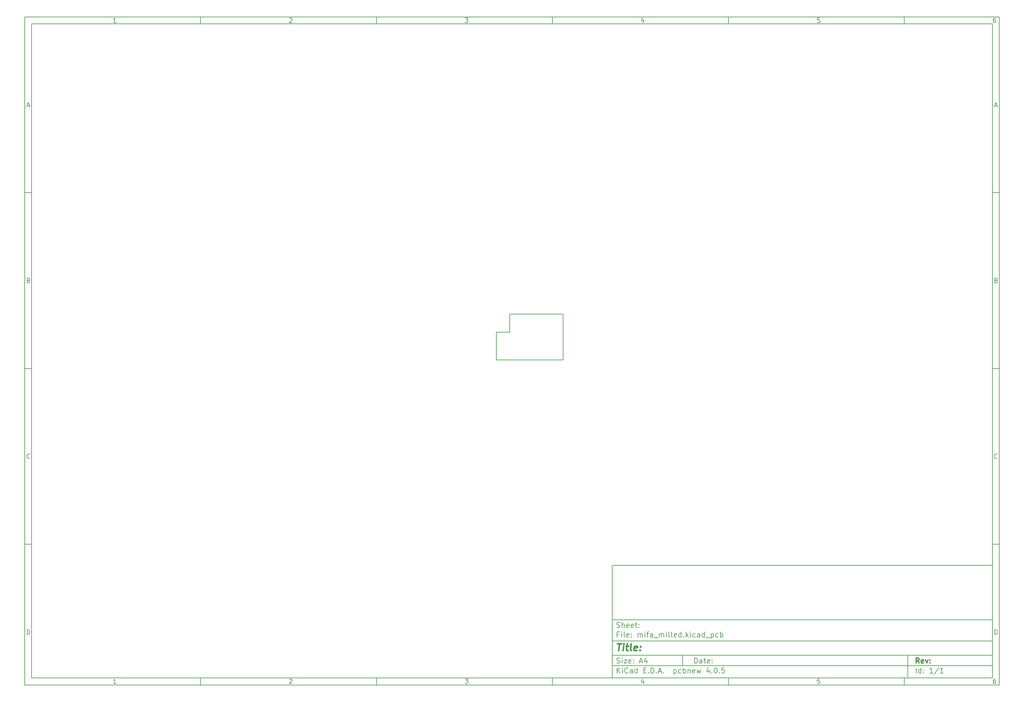
<source format=gbr>
%TF.GenerationSoftware,KiCad,Pcbnew,4.0.5*%
%TF.CreationDate,2017-03-02T13:00:21-08:00*%
%TF.ProjectId,mifa_milled,6D6966615F6D696C6C65642E6B696361,rev?*%
%TF.FileFunction,Other,User*%
%FSLAX46Y46*%
G04 Gerber Fmt 4.6, Leading zero omitted, Abs format (unit mm)*
G04 Created by KiCad (PCBNEW 4.0.5) date 03/02/17 13:00:21*
%MOMM*%
%LPD*%
G01*
G04 APERTURE LIST*
%ADD10C,0.025400*%
%ADD11C,0.150000*%
%ADD12C,0.300000*%
%ADD13C,0.400000*%
%ADD14C,0.200000*%
G04 APERTURE END LIST*
D10*
D11*
X177002200Y-166007200D02*
X177002200Y-198007200D01*
X285002200Y-198007200D01*
X285002200Y-166007200D01*
X177002200Y-166007200D01*
D10*
D11*
X10000000Y-10000000D02*
X10000000Y-200007200D01*
X287002200Y-200007200D01*
X287002200Y-10000000D01*
X10000000Y-10000000D01*
D10*
D11*
X12000000Y-12000000D02*
X12000000Y-198007200D01*
X285002200Y-198007200D01*
X285002200Y-12000000D01*
X12000000Y-12000000D01*
D10*
D11*
X60000000Y-12000000D02*
X60000000Y-10000000D01*
D10*
D11*
X110000000Y-12000000D02*
X110000000Y-10000000D01*
D10*
D11*
X160000000Y-12000000D02*
X160000000Y-10000000D01*
D10*
D11*
X210000000Y-12000000D02*
X210000000Y-10000000D01*
D10*
D11*
X260000000Y-12000000D02*
X260000000Y-10000000D01*
D10*
D11*
X35990476Y-11588095D02*
X35247619Y-11588095D01*
X35619048Y-11588095D02*
X35619048Y-10288095D01*
X35495238Y-10473810D01*
X35371429Y-10597619D01*
X35247619Y-10659524D01*
D10*
D11*
X85247619Y-10411905D02*
X85309524Y-10350000D01*
X85433333Y-10288095D01*
X85742857Y-10288095D01*
X85866667Y-10350000D01*
X85928571Y-10411905D01*
X85990476Y-10535714D01*
X85990476Y-10659524D01*
X85928571Y-10845238D01*
X85185714Y-11588095D01*
X85990476Y-11588095D01*
D10*
D11*
X135185714Y-10288095D02*
X135990476Y-10288095D01*
X135557143Y-10783333D01*
X135742857Y-10783333D01*
X135866667Y-10845238D01*
X135928571Y-10907143D01*
X135990476Y-11030952D01*
X135990476Y-11340476D01*
X135928571Y-11464286D01*
X135866667Y-11526190D01*
X135742857Y-11588095D01*
X135371429Y-11588095D01*
X135247619Y-11526190D01*
X135185714Y-11464286D01*
D10*
D11*
X185866667Y-10721429D02*
X185866667Y-11588095D01*
X185557143Y-10226190D02*
X185247619Y-11154762D01*
X186052381Y-11154762D01*
D10*
D11*
X235928571Y-10288095D02*
X235309524Y-10288095D01*
X235247619Y-10907143D01*
X235309524Y-10845238D01*
X235433333Y-10783333D01*
X235742857Y-10783333D01*
X235866667Y-10845238D01*
X235928571Y-10907143D01*
X235990476Y-11030952D01*
X235990476Y-11340476D01*
X235928571Y-11464286D01*
X235866667Y-11526190D01*
X235742857Y-11588095D01*
X235433333Y-11588095D01*
X235309524Y-11526190D01*
X235247619Y-11464286D01*
D10*
D11*
X285866667Y-10288095D02*
X285619048Y-10288095D01*
X285495238Y-10350000D01*
X285433333Y-10411905D01*
X285309524Y-10597619D01*
X285247619Y-10845238D01*
X285247619Y-11340476D01*
X285309524Y-11464286D01*
X285371429Y-11526190D01*
X285495238Y-11588095D01*
X285742857Y-11588095D01*
X285866667Y-11526190D01*
X285928571Y-11464286D01*
X285990476Y-11340476D01*
X285990476Y-11030952D01*
X285928571Y-10907143D01*
X285866667Y-10845238D01*
X285742857Y-10783333D01*
X285495238Y-10783333D01*
X285371429Y-10845238D01*
X285309524Y-10907143D01*
X285247619Y-11030952D01*
D10*
D11*
X60000000Y-198007200D02*
X60000000Y-200007200D01*
D10*
D11*
X110000000Y-198007200D02*
X110000000Y-200007200D01*
D10*
D11*
X160000000Y-198007200D02*
X160000000Y-200007200D01*
D10*
D11*
X210000000Y-198007200D02*
X210000000Y-200007200D01*
D10*
D11*
X260000000Y-198007200D02*
X260000000Y-200007200D01*
D10*
D11*
X35990476Y-199595295D02*
X35247619Y-199595295D01*
X35619048Y-199595295D02*
X35619048Y-198295295D01*
X35495238Y-198481010D01*
X35371429Y-198604819D01*
X35247619Y-198666724D01*
D10*
D11*
X85247619Y-198419105D02*
X85309524Y-198357200D01*
X85433333Y-198295295D01*
X85742857Y-198295295D01*
X85866667Y-198357200D01*
X85928571Y-198419105D01*
X85990476Y-198542914D01*
X85990476Y-198666724D01*
X85928571Y-198852438D01*
X85185714Y-199595295D01*
X85990476Y-199595295D01*
D10*
D11*
X135185714Y-198295295D02*
X135990476Y-198295295D01*
X135557143Y-198790533D01*
X135742857Y-198790533D01*
X135866667Y-198852438D01*
X135928571Y-198914343D01*
X135990476Y-199038152D01*
X135990476Y-199347676D01*
X135928571Y-199471486D01*
X135866667Y-199533390D01*
X135742857Y-199595295D01*
X135371429Y-199595295D01*
X135247619Y-199533390D01*
X135185714Y-199471486D01*
D10*
D11*
X185866667Y-198728629D02*
X185866667Y-199595295D01*
X185557143Y-198233390D02*
X185247619Y-199161962D01*
X186052381Y-199161962D01*
D10*
D11*
X235928571Y-198295295D02*
X235309524Y-198295295D01*
X235247619Y-198914343D01*
X235309524Y-198852438D01*
X235433333Y-198790533D01*
X235742857Y-198790533D01*
X235866667Y-198852438D01*
X235928571Y-198914343D01*
X235990476Y-199038152D01*
X235990476Y-199347676D01*
X235928571Y-199471486D01*
X235866667Y-199533390D01*
X235742857Y-199595295D01*
X235433333Y-199595295D01*
X235309524Y-199533390D01*
X235247619Y-199471486D01*
D10*
D11*
X285866667Y-198295295D02*
X285619048Y-198295295D01*
X285495238Y-198357200D01*
X285433333Y-198419105D01*
X285309524Y-198604819D01*
X285247619Y-198852438D01*
X285247619Y-199347676D01*
X285309524Y-199471486D01*
X285371429Y-199533390D01*
X285495238Y-199595295D01*
X285742857Y-199595295D01*
X285866667Y-199533390D01*
X285928571Y-199471486D01*
X285990476Y-199347676D01*
X285990476Y-199038152D01*
X285928571Y-198914343D01*
X285866667Y-198852438D01*
X285742857Y-198790533D01*
X285495238Y-198790533D01*
X285371429Y-198852438D01*
X285309524Y-198914343D01*
X285247619Y-199038152D01*
D10*
D11*
X10000000Y-60000000D02*
X12000000Y-60000000D01*
D10*
D11*
X10000000Y-110000000D02*
X12000000Y-110000000D01*
D10*
D11*
X10000000Y-160000000D02*
X12000000Y-160000000D01*
D10*
D11*
X10690476Y-35216667D02*
X11309524Y-35216667D01*
X10566667Y-35588095D02*
X11000000Y-34288095D01*
X11433333Y-35588095D01*
D10*
D11*
X11092857Y-84907143D02*
X11278571Y-84969048D01*
X11340476Y-85030952D01*
X11402381Y-85154762D01*
X11402381Y-85340476D01*
X11340476Y-85464286D01*
X11278571Y-85526190D01*
X11154762Y-85588095D01*
X10659524Y-85588095D01*
X10659524Y-84288095D01*
X11092857Y-84288095D01*
X11216667Y-84350000D01*
X11278571Y-84411905D01*
X11340476Y-84535714D01*
X11340476Y-84659524D01*
X11278571Y-84783333D01*
X11216667Y-84845238D01*
X11092857Y-84907143D01*
X10659524Y-84907143D01*
D10*
D11*
X11402381Y-135464286D02*
X11340476Y-135526190D01*
X11154762Y-135588095D01*
X11030952Y-135588095D01*
X10845238Y-135526190D01*
X10721429Y-135402381D01*
X10659524Y-135278571D01*
X10597619Y-135030952D01*
X10597619Y-134845238D01*
X10659524Y-134597619D01*
X10721429Y-134473810D01*
X10845238Y-134350000D01*
X11030952Y-134288095D01*
X11154762Y-134288095D01*
X11340476Y-134350000D01*
X11402381Y-134411905D01*
D10*
D11*
X10659524Y-185588095D02*
X10659524Y-184288095D01*
X10969048Y-184288095D01*
X11154762Y-184350000D01*
X11278571Y-184473810D01*
X11340476Y-184597619D01*
X11402381Y-184845238D01*
X11402381Y-185030952D01*
X11340476Y-185278571D01*
X11278571Y-185402381D01*
X11154762Y-185526190D01*
X10969048Y-185588095D01*
X10659524Y-185588095D01*
D10*
D11*
X287002200Y-60000000D02*
X285002200Y-60000000D01*
D10*
D11*
X287002200Y-110000000D02*
X285002200Y-110000000D01*
D10*
D11*
X287002200Y-160000000D02*
X285002200Y-160000000D01*
D10*
D11*
X285692676Y-35216667D02*
X286311724Y-35216667D01*
X285568867Y-35588095D02*
X286002200Y-34288095D01*
X286435533Y-35588095D01*
D10*
D11*
X286095057Y-84907143D02*
X286280771Y-84969048D01*
X286342676Y-85030952D01*
X286404581Y-85154762D01*
X286404581Y-85340476D01*
X286342676Y-85464286D01*
X286280771Y-85526190D01*
X286156962Y-85588095D01*
X285661724Y-85588095D01*
X285661724Y-84288095D01*
X286095057Y-84288095D01*
X286218867Y-84350000D01*
X286280771Y-84411905D01*
X286342676Y-84535714D01*
X286342676Y-84659524D01*
X286280771Y-84783333D01*
X286218867Y-84845238D01*
X286095057Y-84907143D01*
X285661724Y-84907143D01*
D10*
D11*
X286404581Y-135464286D02*
X286342676Y-135526190D01*
X286156962Y-135588095D01*
X286033152Y-135588095D01*
X285847438Y-135526190D01*
X285723629Y-135402381D01*
X285661724Y-135278571D01*
X285599819Y-135030952D01*
X285599819Y-134845238D01*
X285661724Y-134597619D01*
X285723629Y-134473810D01*
X285847438Y-134350000D01*
X286033152Y-134288095D01*
X286156962Y-134288095D01*
X286342676Y-134350000D01*
X286404581Y-134411905D01*
D10*
D11*
X285661724Y-185588095D02*
X285661724Y-184288095D01*
X285971248Y-184288095D01*
X286156962Y-184350000D01*
X286280771Y-184473810D01*
X286342676Y-184597619D01*
X286404581Y-184845238D01*
X286404581Y-185030952D01*
X286342676Y-185278571D01*
X286280771Y-185402381D01*
X286156962Y-185526190D01*
X285971248Y-185588095D01*
X285661724Y-185588095D01*
D10*
D11*
X200359343Y-193785771D02*
X200359343Y-192285771D01*
X200716486Y-192285771D01*
X200930771Y-192357200D01*
X201073629Y-192500057D01*
X201145057Y-192642914D01*
X201216486Y-192928629D01*
X201216486Y-193142914D01*
X201145057Y-193428629D01*
X201073629Y-193571486D01*
X200930771Y-193714343D01*
X200716486Y-193785771D01*
X200359343Y-193785771D01*
X202502200Y-193785771D02*
X202502200Y-193000057D01*
X202430771Y-192857200D01*
X202287914Y-192785771D01*
X202002200Y-192785771D01*
X201859343Y-192857200D01*
X202502200Y-193714343D02*
X202359343Y-193785771D01*
X202002200Y-193785771D01*
X201859343Y-193714343D01*
X201787914Y-193571486D01*
X201787914Y-193428629D01*
X201859343Y-193285771D01*
X202002200Y-193214343D01*
X202359343Y-193214343D01*
X202502200Y-193142914D01*
X203002200Y-192785771D02*
X203573629Y-192785771D01*
X203216486Y-192285771D02*
X203216486Y-193571486D01*
X203287914Y-193714343D01*
X203430772Y-193785771D01*
X203573629Y-193785771D01*
X204645057Y-193714343D02*
X204502200Y-193785771D01*
X204216486Y-193785771D01*
X204073629Y-193714343D01*
X204002200Y-193571486D01*
X204002200Y-193000057D01*
X204073629Y-192857200D01*
X204216486Y-192785771D01*
X204502200Y-192785771D01*
X204645057Y-192857200D01*
X204716486Y-193000057D01*
X204716486Y-193142914D01*
X204002200Y-193285771D01*
X205359343Y-193642914D02*
X205430771Y-193714343D01*
X205359343Y-193785771D01*
X205287914Y-193714343D01*
X205359343Y-193642914D01*
X205359343Y-193785771D01*
X205359343Y-192857200D02*
X205430771Y-192928629D01*
X205359343Y-193000057D01*
X205287914Y-192928629D01*
X205359343Y-192857200D01*
X205359343Y-193000057D01*
D10*
D11*
X177002200Y-194507200D02*
X285002200Y-194507200D01*
D10*
D11*
X178359343Y-196585771D02*
X178359343Y-195085771D01*
X179216486Y-196585771D02*
X178573629Y-195728629D01*
X179216486Y-195085771D02*
X178359343Y-195942914D01*
X179859343Y-196585771D02*
X179859343Y-195585771D01*
X179859343Y-195085771D02*
X179787914Y-195157200D01*
X179859343Y-195228629D01*
X179930771Y-195157200D01*
X179859343Y-195085771D01*
X179859343Y-195228629D01*
X181430772Y-196442914D02*
X181359343Y-196514343D01*
X181145057Y-196585771D01*
X181002200Y-196585771D01*
X180787915Y-196514343D01*
X180645057Y-196371486D01*
X180573629Y-196228629D01*
X180502200Y-195942914D01*
X180502200Y-195728629D01*
X180573629Y-195442914D01*
X180645057Y-195300057D01*
X180787915Y-195157200D01*
X181002200Y-195085771D01*
X181145057Y-195085771D01*
X181359343Y-195157200D01*
X181430772Y-195228629D01*
X182716486Y-196585771D02*
X182716486Y-195800057D01*
X182645057Y-195657200D01*
X182502200Y-195585771D01*
X182216486Y-195585771D01*
X182073629Y-195657200D01*
X182716486Y-196514343D02*
X182573629Y-196585771D01*
X182216486Y-196585771D01*
X182073629Y-196514343D01*
X182002200Y-196371486D01*
X182002200Y-196228629D01*
X182073629Y-196085771D01*
X182216486Y-196014343D01*
X182573629Y-196014343D01*
X182716486Y-195942914D01*
X184073629Y-196585771D02*
X184073629Y-195085771D01*
X184073629Y-196514343D02*
X183930772Y-196585771D01*
X183645058Y-196585771D01*
X183502200Y-196514343D01*
X183430772Y-196442914D01*
X183359343Y-196300057D01*
X183359343Y-195871486D01*
X183430772Y-195728629D01*
X183502200Y-195657200D01*
X183645058Y-195585771D01*
X183930772Y-195585771D01*
X184073629Y-195657200D01*
X185930772Y-195800057D02*
X186430772Y-195800057D01*
X186645058Y-196585771D02*
X185930772Y-196585771D01*
X185930772Y-195085771D01*
X186645058Y-195085771D01*
X187287915Y-196442914D02*
X187359343Y-196514343D01*
X187287915Y-196585771D01*
X187216486Y-196514343D01*
X187287915Y-196442914D01*
X187287915Y-196585771D01*
X188002201Y-196585771D02*
X188002201Y-195085771D01*
X188359344Y-195085771D01*
X188573629Y-195157200D01*
X188716487Y-195300057D01*
X188787915Y-195442914D01*
X188859344Y-195728629D01*
X188859344Y-195942914D01*
X188787915Y-196228629D01*
X188716487Y-196371486D01*
X188573629Y-196514343D01*
X188359344Y-196585771D01*
X188002201Y-196585771D01*
X189502201Y-196442914D02*
X189573629Y-196514343D01*
X189502201Y-196585771D01*
X189430772Y-196514343D01*
X189502201Y-196442914D01*
X189502201Y-196585771D01*
X190145058Y-196157200D02*
X190859344Y-196157200D01*
X190002201Y-196585771D02*
X190502201Y-195085771D01*
X191002201Y-196585771D01*
X191502201Y-196442914D02*
X191573629Y-196514343D01*
X191502201Y-196585771D01*
X191430772Y-196514343D01*
X191502201Y-196442914D01*
X191502201Y-196585771D01*
X194502201Y-195585771D02*
X194502201Y-197085771D01*
X194502201Y-195657200D02*
X194645058Y-195585771D01*
X194930772Y-195585771D01*
X195073629Y-195657200D01*
X195145058Y-195728629D01*
X195216487Y-195871486D01*
X195216487Y-196300057D01*
X195145058Y-196442914D01*
X195073629Y-196514343D01*
X194930772Y-196585771D01*
X194645058Y-196585771D01*
X194502201Y-196514343D01*
X196502201Y-196514343D02*
X196359344Y-196585771D01*
X196073630Y-196585771D01*
X195930772Y-196514343D01*
X195859344Y-196442914D01*
X195787915Y-196300057D01*
X195787915Y-195871486D01*
X195859344Y-195728629D01*
X195930772Y-195657200D01*
X196073630Y-195585771D01*
X196359344Y-195585771D01*
X196502201Y-195657200D01*
X197145058Y-196585771D02*
X197145058Y-195085771D01*
X197145058Y-195657200D02*
X197287915Y-195585771D01*
X197573629Y-195585771D01*
X197716486Y-195657200D01*
X197787915Y-195728629D01*
X197859344Y-195871486D01*
X197859344Y-196300057D01*
X197787915Y-196442914D01*
X197716486Y-196514343D01*
X197573629Y-196585771D01*
X197287915Y-196585771D01*
X197145058Y-196514343D01*
X198502201Y-195585771D02*
X198502201Y-196585771D01*
X198502201Y-195728629D02*
X198573629Y-195657200D01*
X198716487Y-195585771D01*
X198930772Y-195585771D01*
X199073629Y-195657200D01*
X199145058Y-195800057D01*
X199145058Y-196585771D01*
X200430772Y-196514343D02*
X200287915Y-196585771D01*
X200002201Y-196585771D01*
X199859344Y-196514343D01*
X199787915Y-196371486D01*
X199787915Y-195800057D01*
X199859344Y-195657200D01*
X200002201Y-195585771D01*
X200287915Y-195585771D01*
X200430772Y-195657200D01*
X200502201Y-195800057D01*
X200502201Y-195942914D01*
X199787915Y-196085771D01*
X201002201Y-195585771D02*
X201287915Y-196585771D01*
X201573629Y-195871486D01*
X201859344Y-196585771D01*
X202145058Y-195585771D01*
X204502201Y-195585771D02*
X204502201Y-196585771D01*
X204145058Y-195014343D02*
X203787915Y-196085771D01*
X204716487Y-196085771D01*
X205287915Y-196442914D02*
X205359343Y-196514343D01*
X205287915Y-196585771D01*
X205216486Y-196514343D01*
X205287915Y-196442914D01*
X205287915Y-196585771D01*
X206287915Y-195085771D02*
X206430772Y-195085771D01*
X206573629Y-195157200D01*
X206645058Y-195228629D01*
X206716487Y-195371486D01*
X206787915Y-195657200D01*
X206787915Y-196014343D01*
X206716487Y-196300057D01*
X206645058Y-196442914D01*
X206573629Y-196514343D01*
X206430772Y-196585771D01*
X206287915Y-196585771D01*
X206145058Y-196514343D01*
X206073629Y-196442914D01*
X206002201Y-196300057D01*
X205930772Y-196014343D01*
X205930772Y-195657200D01*
X206002201Y-195371486D01*
X206073629Y-195228629D01*
X206145058Y-195157200D01*
X206287915Y-195085771D01*
X207430772Y-196442914D02*
X207502200Y-196514343D01*
X207430772Y-196585771D01*
X207359343Y-196514343D01*
X207430772Y-196442914D01*
X207430772Y-196585771D01*
X208859344Y-195085771D02*
X208145058Y-195085771D01*
X208073629Y-195800057D01*
X208145058Y-195728629D01*
X208287915Y-195657200D01*
X208645058Y-195657200D01*
X208787915Y-195728629D01*
X208859344Y-195800057D01*
X208930772Y-195942914D01*
X208930772Y-196300057D01*
X208859344Y-196442914D01*
X208787915Y-196514343D01*
X208645058Y-196585771D01*
X208287915Y-196585771D01*
X208145058Y-196514343D01*
X208073629Y-196442914D01*
D10*
D11*
X177002200Y-191507200D02*
X285002200Y-191507200D01*
D10*
D12*
X264216486Y-193785771D02*
X263716486Y-193071486D01*
X263359343Y-193785771D02*
X263359343Y-192285771D01*
X263930771Y-192285771D01*
X264073629Y-192357200D01*
X264145057Y-192428629D01*
X264216486Y-192571486D01*
X264216486Y-192785771D01*
X264145057Y-192928629D01*
X264073629Y-193000057D01*
X263930771Y-193071486D01*
X263359343Y-193071486D01*
X265430771Y-193714343D02*
X265287914Y-193785771D01*
X265002200Y-193785771D01*
X264859343Y-193714343D01*
X264787914Y-193571486D01*
X264787914Y-193000057D01*
X264859343Y-192857200D01*
X265002200Y-192785771D01*
X265287914Y-192785771D01*
X265430771Y-192857200D01*
X265502200Y-193000057D01*
X265502200Y-193142914D01*
X264787914Y-193285771D01*
X266002200Y-192785771D02*
X266359343Y-193785771D01*
X266716485Y-192785771D01*
X267287914Y-193642914D02*
X267359342Y-193714343D01*
X267287914Y-193785771D01*
X267216485Y-193714343D01*
X267287914Y-193642914D01*
X267287914Y-193785771D01*
X267287914Y-192857200D02*
X267359342Y-192928629D01*
X267287914Y-193000057D01*
X267216485Y-192928629D01*
X267287914Y-192857200D01*
X267287914Y-193000057D01*
D10*
D11*
X178287914Y-193714343D02*
X178502200Y-193785771D01*
X178859343Y-193785771D01*
X179002200Y-193714343D01*
X179073629Y-193642914D01*
X179145057Y-193500057D01*
X179145057Y-193357200D01*
X179073629Y-193214343D01*
X179002200Y-193142914D01*
X178859343Y-193071486D01*
X178573629Y-193000057D01*
X178430771Y-192928629D01*
X178359343Y-192857200D01*
X178287914Y-192714343D01*
X178287914Y-192571486D01*
X178359343Y-192428629D01*
X178430771Y-192357200D01*
X178573629Y-192285771D01*
X178930771Y-192285771D01*
X179145057Y-192357200D01*
X179787914Y-193785771D02*
X179787914Y-192785771D01*
X179787914Y-192285771D02*
X179716485Y-192357200D01*
X179787914Y-192428629D01*
X179859342Y-192357200D01*
X179787914Y-192285771D01*
X179787914Y-192428629D01*
X180359343Y-192785771D02*
X181145057Y-192785771D01*
X180359343Y-193785771D01*
X181145057Y-193785771D01*
X182287914Y-193714343D02*
X182145057Y-193785771D01*
X181859343Y-193785771D01*
X181716486Y-193714343D01*
X181645057Y-193571486D01*
X181645057Y-193000057D01*
X181716486Y-192857200D01*
X181859343Y-192785771D01*
X182145057Y-192785771D01*
X182287914Y-192857200D01*
X182359343Y-193000057D01*
X182359343Y-193142914D01*
X181645057Y-193285771D01*
X183002200Y-193642914D02*
X183073628Y-193714343D01*
X183002200Y-193785771D01*
X182930771Y-193714343D01*
X183002200Y-193642914D01*
X183002200Y-193785771D01*
X183002200Y-192857200D02*
X183073628Y-192928629D01*
X183002200Y-193000057D01*
X182930771Y-192928629D01*
X183002200Y-192857200D01*
X183002200Y-193000057D01*
X184787914Y-193357200D02*
X185502200Y-193357200D01*
X184645057Y-193785771D02*
X185145057Y-192285771D01*
X185645057Y-193785771D01*
X186787914Y-192785771D02*
X186787914Y-193785771D01*
X186430771Y-192214343D02*
X186073628Y-193285771D01*
X187002200Y-193285771D01*
D10*
D11*
X263359343Y-196585771D02*
X263359343Y-195085771D01*
X264716486Y-196585771D02*
X264716486Y-195085771D01*
X264716486Y-196514343D02*
X264573629Y-196585771D01*
X264287915Y-196585771D01*
X264145057Y-196514343D01*
X264073629Y-196442914D01*
X264002200Y-196300057D01*
X264002200Y-195871486D01*
X264073629Y-195728629D01*
X264145057Y-195657200D01*
X264287915Y-195585771D01*
X264573629Y-195585771D01*
X264716486Y-195657200D01*
X265430772Y-196442914D02*
X265502200Y-196514343D01*
X265430772Y-196585771D01*
X265359343Y-196514343D01*
X265430772Y-196442914D01*
X265430772Y-196585771D01*
X265430772Y-195657200D02*
X265502200Y-195728629D01*
X265430772Y-195800057D01*
X265359343Y-195728629D01*
X265430772Y-195657200D01*
X265430772Y-195800057D01*
X268073629Y-196585771D02*
X267216486Y-196585771D01*
X267645058Y-196585771D02*
X267645058Y-195085771D01*
X267502201Y-195300057D01*
X267359343Y-195442914D01*
X267216486Y-195514343D01*
X269787914Y-195014343D02*
X268502200Y-196942914D01*
X271073629Y-196585771D02*
X270216486Y-196585771D01*
X270645058Y-196585771D02*
X270645058Y-195085771D01*
X270502201Y-195300057D01*
X270359343Y-195442914D01*
X270216486Y-195514343D01*
D10*
D11*
X177002200Y-187507200D02*
X285002200Y-187507200D01*
D10*
D13*
X178454581Y-188211962D02*
X179597438Y-188211962D01*
X178776010Y-190211962D02*
X179026010Y-188211962D01*
X180014105Y-190211962D02*
X180180771Y-188878629D01*
X180264105Y-188211962D02*
X180156962Y-188307200D01*
X180240295Y-188402438D01*
X180347439Y-188307200D01*
X180264105Y-188211962D01*
X180240295Y-188402438D01*
X180847438Y-188878629D02*
X181609343Y-188878629D01*
X181216486Y-188211962D02*
X181002200Y-189926248D01*
X181073630Y-190116724D01*
X181252201Y-190211962D01*
X181442677Y-190211962D01*
X182395058Y-190211962D02*
X182216487Y-190116724D01*
X182145057Y-189926248D01*
X182359343Y-188211962D01*
X183930772Y-190116724D02*
X183728391Y-190211962D01*
X183347439Y-190211962D01*
X183168867Y-190116724D01*
X183097438Y-189926248D01*
X183192676Y-189164343D01*
X183311724Y-188973867D01*
X183514105Y-188878629D01*
X183895057Y-188878629D01*
X184073629Y-188973867D01*
X184145057Y-189164343D01*
X184121248Y-189354819D01*
X183145057Y-189545295D01*
X184895057Y-190021486D02*
X184978392Y-190116724D01*
X184871248Y-190211962D01*
X184787915Y-190116724D01*
X184895057Y-190021486D01*
X184871248Y-190211962D01*
X185026010Y-188973867D02*
X185109344Y-189069105D01*
X185002200Y-189164343D01*
X184918867Y-189069105D01*
X185026010Y-188973867D01*
X185002200Y-189164343D01*
D10*
D11*
X178859343Y-185600057D02*
X178359343Y-185600057D01*
X178359343Y-186385771D02*
X178359343Y-184885771D01*
X179073629Y-184885771D01*
X179645057Y-186385771D02*
X179645057Y-185385771D01*
X179645057Y-184885771D02*
X179573628Y-184957200D01*
X179645057Y-185028629D01*
X179716485Y-184957200D01*
X179645057Y-184885771D01*
X179645057Y-185028629D01*
X180573629Y-186385771D02*
X180430771Y-186314343D01*
X180359343Y-186171486D01*
X180359343Y-184885771D01*
X181716485Y-186314343D02*
X181573628Y-186385771D01*
X181287914Y-186385771D01*
X181145057Y-186314343D01*
X181073628Y-186171486D01*
X181073628Y-185600057D01*
X181145057Y-185457200D01*
X181287914Y-185385771D01*
X181573628Y-185385771D01*
X181716485Y-185457200D01*
X181787914Y-185600057D01*
X181787914Y-185742914D01*
X181073628Y-185885771D01*
X182430771Y-186242914D02*
X182502199Y-186314343D01*
X182430771Y-186385771D01*
X182359342Y-186314343D01*
X182430771Y-186242914D01*
X182430771Y-186385771D01*
X182430771Y-185457200D02*
X182502199Y-185528629D01*
X182430771Y-185600057D01*
X182359342Y-185528629D01*
X182430771Y-185457200D01*
X182430771Y-185600057D01*
X184287914Y-186385771D02*
X184287914Y-185385771D01*
X184287914Y-185528629D02*
X184359342Y-185457200D01*
X184502200Y-185385771D01*
X184716485Y-185385771D01*
X184859342Y-185457200D01*
X184930771Y-185600057D01*
X184930771Y-186385771D01*
X184930771Y-185600057D02*
X185002200Y-185457200D01*
X185145057Y-185385771D01*
X185359342Y-185385771D01*
X185502200Y-185457200D01*
X185573628Y-185600057D01*
X185573628Y-186385771D01*
X186287914Y-186385771D02*
X186287914Y-185385771D01*
X186287914Y-184885771D02*
X186216485Y-184957200D01*
X186287914Y-185028629D01*
X186359342Y-184957200D01*
X186287914Y-184885771D01*
X186287914Y-185028629D01*
X186787914Y-185385771D02*
X187359343Y-185385771D01*
X187002200Y-186385771D02*
X187002200Y-185100057D01*
X187073628Y-184957200D01*
X187216486Y-184885771D01*
X187359343Y-184885771D01*
X188502200Y-186385771D02*
X188502200Y-185600057D01*
X188430771Y-185457200D01*
X188287914Y-185385771D01*
X188002200Y-185385771D01*
X187859343Y-185457200D01*
X188502200Y-186314343D02*
X188359343Y-186385771D01*
X188002200Y-186385771D01*
X187859343Y-186314343D01*
X187787914Y-186171486D01*
X187787914Y-186028629D01*
X187859343Y-185885771D01*
X188002200Y-185814343D01*
X188359343Y-185814343D01*
X188502200Y-185742914D01*
X188859343Y-186528629D02*
X190002200Y-186528629D01*
X190359343Y-186385771D02*
X190359343Y-185385771D01*
X190359343Y-185528629D02*
X190430771Y-185457200D01*
X190573629Y-185385771D01*
X190787914Y-185385771D01*
X190930771Y-185457200D01*
X191002200Y-185600057D01*
X191002200Y-186385771D01*
X191002200Y-185600057D02*
X191073629Y-185457200D01*
X191216486Y-185385771D01*
X191430771Y-185385771D01*
X191573629Y-185457200D01*
X191645057Y-185600057D01*
X191645057Y-186385771D01*
X192359343Y-186385771D02*
X192359343Y-185385771D01*
X192359343Y-184885771D02*
X192287914Y-184957200D01*
X192359343Y-185028629D01*
X192430771Y-184957200D01*
X192359343Y-184885771D01*
X192359343Y-185028629D01*
X193287915Y-186385771D02*
X193145057Y-186314343D01*
X193073629Y-186171486D01*
X193073629Y-184885771D01*
X194073629Y-186385771D02*
X193930771Y-186314343D01*
X193859343Y-186171486D01*
X193859343Y-184885771D01*
X195216485Y-186314343D02*
X195073628Y-186385771D01*
X194787914Y-186385771D01*
X194645057Y-186314343D01*
X194573628Y-186171486D01*
X194573628Y-185600057D01*
X194645057Y-185457200D01*
X194787914Y-185385771D01*
X195073628Y-185385771D01*
X195216485Y-185457200D01*
X195287914Y-185600057D01*
X195287914Y-185742914D01*
X194573628Y-185885771D01*
X196573628Y-186385771D02*
X196573628Y-184885771D01*
X196573628Y-186314343D02*
X196430771Y-186385771D01*
X196145057Y-186385771D01*
X196002199Y-186314343D01*
X195930771Y-186242914D01*
X195859342Y-186100057D01*
X195859342Y-185671486D01*
X195930771Y-185528629D01*
X196002199Y-185457200D01*
X196145057Y-185385771D01*
X196430771Y-185385771D01*
X196573628Y-185457200D01*
X197287914Y-186242914D02*
X197359342Y-186314343D01*
X197287914Y-186385771D01*
X197216485Y-186314343D01*
X197287914Y-186242914D01*
X197287914Y-186385771D01*
X198002200Y-186385771D02*
X198002200Y-184885771D01*
X198145057Y-185814343D02*
X198573628Y-186385771D01*
X198573628Y-185385771D02*
X198002200Y-185957200D01*
X199216486Y-186385771D02*
X199216486Y-185385771D01*
X199216486Y-184885771D02*
X199145057Y-184957200D01*
X199216486Y-185028629D01*
X199287914Y-184957200D01*
X199216486Y-184885771D01*
X199216486Y-185028629D01*
X200573629Y-186314343D02*
X200430772Y-186385771D01*
X200145058Y-186385771D01*
X200002200Y-186314343D01*
X199930772Y-186242914D01*
X199859343Y-186100057D01*
X199859343Y-185671486D01*
X199930772Y-185528629D01*
X200002200Y-185457200D01*
X200145058Y-185385771D01*
X200430772Y-185385771D01*
X200573629Y-185457200D01*
X201859343Y-186385771D02*
X201859343Y-185600057D01*
X201787914Y-185457200D01*
X201645057Y-185385771D01*
X201359343Y-185385771D01*
X201216486Y-185457200D01*
X201859343Y-186314343D02*
X201716486Y-186385771D01*
X201359343Y-186385771D01*
X201216486Y-186314343D01*
X201145057Y-186171486D01*
X201145057Y-186028629D01*
X201216486Y-185885771D01*
X201359343Y-185814343D01*
X201716486Y-185814343D01*
X201859343Y-185742914D01*
X203216486Y-186385771D02*
X203216486Y-184885771D01*
X203216486Y-186314343D02*
X203073629Y-186385771D01*
X202787915Y-186385771D01*
X202645057Y-186314343D01*
X202573629Y-186242914D01*
X202502200Y-186100057D01*
X202502200Y-185671486D01*
X202573629Y-185528629D01*
X202645057Y-185457200D01*
X202787915Y-185385771D01*
X203073629Y-185385771D01*
X203216486Y-185457200D01*
X203573629Y-186528629D02*
X204716486Y-186528629D01*
X205073629Y-185385771D02*
X205073629Y-186885771D01*
X205073629Y-185457200D02*
X205216486Y-185385771D01*
X205502200Y-185385771D01*
X205645057Y-185457200D01*
X205716486Y-185528629D01*
X205787915Y-185671486D01*
X205787915Y-186100057D01*
X205716486Y-186242914D01*
X205645057Y-186314343D01*
X205502200Y-186385771D01*
X205216486Y-186385771D01*
X205073629Y-186314343D01*
X207073629Y-186314343D02*
X206930772Y-186385771D01*
X206645058Y-186385771D01*
X206502200Y-186314343D01*
X206430772Y-186242914D01*
X206359343Y-186100057D01*
X206359343Y-185671486D01*
X206430772Y-185528629D01*
X206502200Y-185457200D01*
X206645058Y-185385771D01*
X206930772Y-185385771D01*
X207073629Y-185457200D01*
X207716486Y-186385771D02*
X207716486Y-184885771D01*
X207716486Y-185457200D02*
X207859343Y-185385771D01*
X208145057Y-185385771D01*
X208287914Y-185457200D01*
X208359343Y-185528629D01*
X208430772Y-185671486D01*
X208430772Y-186100057D01*
X208359343Y-186242914D01*
X208287914Y-186314343D01*
X208145057Y-186385771D01*
X207859343Y-186385771D01*
X207716486Y-186314343D01*
D10*
D11*
X177002200Y-181507200D02*
X285002200Y-181507200D01*
D10*
D11*
X178287914Y-183614343D02*
X178502200Y-183685771D01*
X178859343Y-183685771D01*
X179002200Y-183614343D01*
X179073629Y-183542914D01*
X179145057Y-183400057D01*
X179145057Y-183257200D01*
X179073629Y-183114343D01*
X179002200Y-183042914D01*
X178859343Y-182971486D01*
X178573629Y-182900057D01*
X178430771Y-182828629D01*
X178359343Y-182757200D01*
X178287914Y-182614343D01*
X178287914Y-182471486D01*
X178359343Y-182328629D01*
X178430771Y-182257200D01*
X178573629Y-182185771D01*
X178930771Y-182185771D01*
X179145057Y-182257200D01*
X179787914Y-183685771D02*
X179787914Y-182185771D01*
X180430771Y-183685771D02*
X180430771Y-182900057D01*
X180359342Y-182757200D01*
X180216485Y-182685771D01*
X180002200Y-182685771D01*
X179859342Y-182757200D01*
X179787914Y-182828629D01*
X181716485Y-183614343D02*
X181573628Y-183685771D01*
X181287914Y-183685771D01*
X181145057Y-183614343D01*
X181073628Y-183471486D01*
X181073628Y-182900057D01*
X181145057Y-182757200D01*
X181287914Y-182685771D01*
X181573628Y-182685771D01*
X181716485Y-182757200D01*
X181787914Y-182900057D01*
X181787914Y-183042914D01*
X181073628Y-183185771D01*
X183002199Y-183614343D02*
X182859342Y-183685771D01*
X182573628Y-183685771D01*
X182430771Y-183614343D01*
X182359342Y-183471486D01*
X182359342Y-182900057D01*
X182430771Y-182757200D01*
X182573628Y-182685771D01*
X182859342Y-182685771D01*
X183002199Y-182757200D01*
X183073628Y-182900057D01*
X183073628Y-183042914D01*
X182359342Y-183185771D01*
X183502199Y-182685771D02*
X184073628Y-182685771D01*
X183716485Y-182185771D02*
X183716485Y-183471486D01*
X183787913Y-183614343D01*
X183930771Y-183685771D01*
X184073628Y-183685771D01*
X184573628Y-183542914D02*
X184645056Y-183614343D01*
X184573628Y-183685771D01*
X184502199Y-183614343D01*
X184573628Y-183542914D01*
X184573628Y-183685771D01*
X184573628Y-182757200D02*
X184645056Y-182828629D01*
X184573628Y-182900057D01*
X184502199Y-182828629D01*
X184573628Y-182757200D01*
X184573628Y-182900057D01*
D10*
D11*
X197002200Y-191507200D02*
X197002200Y-194507200D01*
D10*
D11*
X261002200Y-191507200D02*
X261002200Y-198007200D01*
D14*
X147828000Y-99707700D02*
X147828000Y-94500700D01*
X144018000Y-99707700D02*
X147828000Y-99707700D01*
X144018000Y-107530900D02*
X144018000Y-99707700D01*
X162991800Y-107530900D02*
X144018000Y-107530900D01*
X162991800Y-94500700D02*
X162991800Y-107530900D01*
X147828000Y-94500700D02*
X162991800Y-94500700D01*
M02*

</source>
